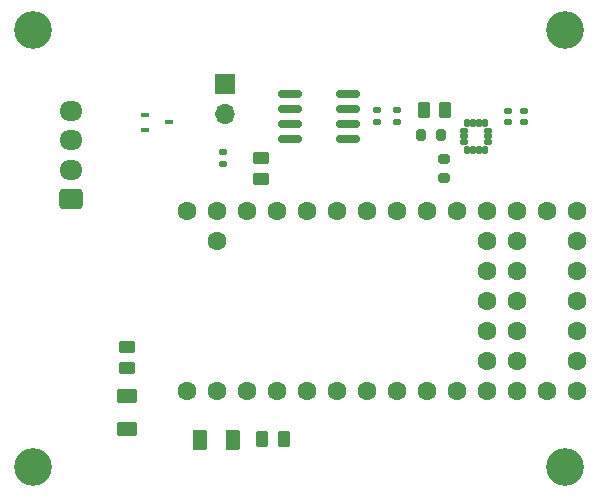
<source format=gts>
G04 #@! TF.GenerationSoftware,KiCad,Pcbnew,7.0.8*
G04 #@! TF.CreationDate,2023-12-02T16:39:51-07:00*
G04 #@! TF.ProjectId,IMUBox,494d5542-6f78-42e6-9b69-6361645f7063,v2*
G04 #@! TF.SameCoordinates,Original*
G04 #@! TF.FileFunction,Soldermask,Top*
G04 #@! TF.FilePolarity,Negative*
%FSLAX46Y46*%
G04 Gerber Fmt 4.6, Leading zero omitted, Abs format (unit mm)*
G04 Created by KiCad (PCBNEW 7.0.8) date 2023-12-02 16:39:51*
%MOMM*%
%LPD*%
G01*
G04 APERTURE LIST*
G04 Aperture macros list*
%AMRoundRect*
0 Rectangle with rounded corners*
0 $1 Rounding radius*
0 $2 $3 $4 $5 $6 $7 $8 $9 X,Y pos of 4 corners*
0 Add a 4 corners polygon primitive as box body*
4,1,4,$2,$3,$4,$5,$6,$7,$8,$9,$2,$3,0*
0 Add four circle primitives for the rounded corners*
1,1,$1+$1,$2,$3*
1,1,$1+$1,$4,$5*
1,1,$1+$1,$6,$7*
1,1,$1+$1,$8,$9*
0 Add four rect primitives between the rounded corners*
20,1,$1+$1,$2,$3,$4,$5,0*
20,1,$1+$1,$4,$5,$6,$7,0*
20,1,$1+$1,$6,$7,$8,$9,0*
20,1,$1+$1,$8,$9,$2,$3,0*%
G04 Aperture macros list end*
%ADD10RoundRect,0.150000X0.825000X0.150000X-0.825000X0.150000X-0.825000X-0.150000X0.825000X-0.150000X0*%
%ADD11RoundRect,0.140000X-0.170000X0.140000X-0.170000X-0.140000X0.170000X-0.140000X0.170000X0.140000X0*%
%ADD12R,1.700000X1.700000*%
%ADD13O,1.700000X1.700000*%
%ADD14RoundRect,0.200000X0.200000X0.275000X-0.200000X0.275000X-0.200000X-0.275000X0.200000X-0.275000X0*%
%ADD15RoundRect,0.250000X-0.450000X0.262500X-0.450000X-0.262500X0.450000X-0.262500X0.450000X0.262500X0*%
%ADD16RoundRect,0.200000X-0.275000X0.200000X-0.275000X-0.200000X0.275000X-0.200000X0.275000X0.200000X0*%
%ADD17RoundRect,0.140000X0.170000X-0.140000X0.170000X0.140000X-0.170000X0.140000X-0.170000X-0.140000X0*%
%ADD18RoundRect,0.250000X0.450000X-0.262500X0.450000X0.262500X-0.450000X0.262500X-0.450000X-0.262500X0*%
%ADD19RoundRect,0.250000X-0.375000X-0.625000X0.375000X-0.625000X0.375000X0.625000X-0.375000X0.625000X0*%
%ADD20RoundRect,0.250000X0.725000X-0.600000X0.725000X0.600000X-0.725000X0.600000X-0.725000X-0.600000X0*%
%ADD21O,1.950000X1.700000*%
%ADD22RoundRect,0.102000X0.150000X-0.240000X0.150000X0.240000X-0.150000X0.240000X-0.150000X-0.240000X0*%
%ADD23RoundRect,0.102000X0.240000X-0.150000X0.240000X0.150000X-0.240000X0.150000X-0.240000X-0.150000X0*%
%ADD24RoundRect,0.102000X-0.150000X0.240000X-0.150000X-0.240000X0.150000X-0.240000X0.150000X0.240000X0*%
%ADD25RoundRect,0.102000X-0.240000X0.150000X-0.240000X-0.150000X0.240000X-0.150000X0.240000X0.150000X0*%
%ADD26RoundRect,0.250000X-0.262500X-0.450000X0.262500X-0.450000X0.262500X0.450000X-0.262500X0.450000X0*%
%ADD27C,1.600000*%
%ADD28C,3.200000*%
%ADD29R,0.700000X0.450000*%
%ADD30RoundRect,0.250000X0.625000X-0.375000X0.625000X0.375000X-0.625000X0.375000X-0.625000X-0.375000X0*%
%ADD31RoundRect,0.135000X0.185000X-0.135000X0.185000X0.135000X-0.185000X0.135000X-0.185000X-0.135000X0*%
G04 APERTURE END LIST*
D10*
X140675000Y-47205000D03*
X140675000Y-45935000D03*
X140675000Y-44665000D03*
X140675000Y-43395000D03*
X135725000Y-43395000D03*
X135725000Y-44665000D03*
X135725000Y-45935000D03*
X135725000Y-47205000D03*
D11*
X155593750Y-44833750D03*
X155593750Y-45793750D03*
D12*
X130200000Y-42560000D03*
D13*
X130200000Y-45100000D03*
D14*
X148518750Y-46893750D03*
X146868750Y-46893750D03*
D15*
X133300000Y-48800000D03*
X133300000Y-50625000D03*
D11*
X143093750Y-44793750D03*
X143093750Y-45753750D03*
D16*
X148800000Y-48875000D03*
X148800000Y-50525000D03*
D17*
X154193750Y-45793750D03*
X154193750Y-44833750D03*
D18*
X121900000Y-66612500D03*
X121900000Y-64787500D03*
D11*
X144793750Y-44793750D03*
X144793750Y-45753750D03*
D19*
X128100000Y-72700000D03*
X130900000Y-72700000D03*
D20*
X117200000Y-52300000D03*
D21*
X117200000Y-49800000D03*
X117200000Y-47300000D03*
X117200000Y-44800000D03*
D22*
X150743750Y-48156250D03*
X151243750Y-48156250D03*
X151743750Y-48156250D03*
X152243750Y-48156250D03*
D23*
X152493750Y-47493750D03*
X152493750Y-46993750D03*
X152493750Y-46493750D03*
D24*
X152243750Y-45831250D03*
X151743750Y-45831250D03*
X151243750Y-45831250D03*
X150743750Y-45831250D03*
D25*
X150493750Y-46493750D03*
X150493750Y-46993750D03*
X150493750Y-47493750D03*
D26*
X147081250Y-44793750D03*
X148906250Y-44793750D03*
D27*
X127000000Y-68580000D03*
X129540000Y-68580000D03*
X132080000Y-68580000D03*
X134620000Y-68580000D03*
X137160000Y-68580000D03*
X139700000Y-68580000D03*
X142240000Y-68580000D03*
X144780000Y-68580000D03*
X147320000Y-68580000D03*
X149860000Y-68580000D03*
X152400000Y-68580000D03*
X154940000Y-68580000D03*
X157480000Y-68580000D03*
X160020000Y-68580000D03*
X160020000Y-66040000D03*
X160020000Y-63500000D03*
X160020000Y-60960000D03*
X160020000Y-58420000D03*
X160020000Y-55880000D03*
X160020000Y-53340000D03*
X157480000Y-53340000D03*
X154940000Y-53340000D03*
X152400000Y-53340000D03*
X149860000Y-53340000D03*
X147320000Y-53340000D03*
X144780000Y-53340000D03*
X142240000Y-53340000D03*
X139700000Y-53340000D03*
X137160000Y-53340000D03*
X134620000Y-53340000D03*
X132080000Y-53340000D03*
X129540000Y-53340000D03*
X127000000Y-53340000D03*
X129540000Y-55880000D03*
X154940000Y-55880000D03*
X152400000Y-55880000D03*
X154940000Y-58420000D03*
X152400000Y-58420000D03*
X154940000Y-60960000D03*
X152400000Y-60960000D03*
X154940000Y-63500000D03*
X152400000Y-63500000D03*
X154940000Y-66040000D03*
X152400000Y-66040000D03*
D26*
X133397500Y-72640000D03*
X135222500Y-72640000D03*
D28*
X159000000Y-38000000D03*
D29*
X123500000Y-45150000D03*
X123500000Y-46450000D03*
X125500000Y-45800000D03*
D30*
X121900000Y-71800000D03*
X121900000Y-69000000D03*
D28*
X159000000Y-75000000D03*
X114000000Y-38000000D03*
D31*
X130100000Y-49345000D03*
X130100000Y-48325000D03*
D28*
X114000000Y-75000000D03*
M02*

</source>
